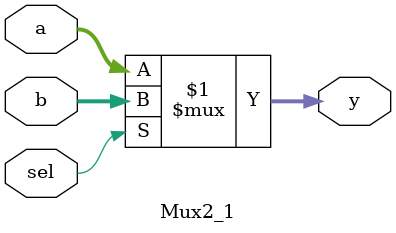
<source format=v>
`timescale 1ns / 1ps


module Mux2_1(
    input [7:0] a,
    input [7:0] b,
    input sel,
    output [7:0] y
    );
    
    assign y = sel ? b : a;
endmodule

</source>
